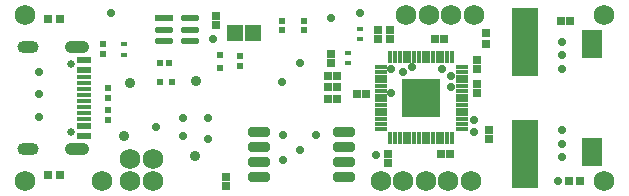
<source format=gbr>
%TF.GenerationSoftware,Altium Limited,Altium Designer,23.10.1 (27)*%
G04 Layer_Color=8388736*
%FSLAX45Y45*%
%MOMM*%
%TF.SameCoordinates,D187A3F4-093A-4DDC-863C-0592D449728B*%
%TF.FilePolarity,Negative*%
%TF.FileFunction,Soldermask,Top*%
%TF.Part,Single*%
G01*
G75*
%TA.AperFunction,SMDPad,CuDef*%
%ADD10R,0.47500X0.50000*%
%TA.AperFunction,ConnectorPad*%
%ADD11R,1.15000X0.30000*%
%ADD12R,1.15000X0.60000*%
%TA.AperFunction,SMDPad,CuDef*%
%ADD13R,0.60000X0.55000*%
%ADD15R,1.35443X1.45620*%
%TA.AperFunction,ConnectorPad*%
%ADD16R,0.47247X0.51535*%
%TA.AperFunction,SMDPad,CuDef*%
%ADD17R,0.47247X0.46818*%
%ADD18R,0.46818X0.47247*%
G04:AMPARAMS|DCode=19|XSize=1.55439mm|YSize=0.57213mm|CornerRadius=0.28606mm|HoleSize=0mm|Usage=FLASHONLY|Rotation=0.000|XOffset=0mm|YOffset=0mm|HoleType=Round|Shape=RoundedRectangle|*
%AMROUNDEDRECTD19*
21,1,1.55439,0.00000,0,0,0.0*
21,1,0.98226,0.57213,0,0,0.0*
1,1,0.57213,0.49113,0.00000*
1,1,0.57213,-0.49113,0.00000*
1,1,0.57213,-0.49113,0.00000*
1,1,0.57213,0.49113,0.00000*
%
%ADD19ROUNDEDRECTD19*%
%ADD20R,1.55439X0.57213*%
%ADD21R,0.50000X0.60000*%
%ADD23R,0.66817X0.67248*%
%ADD30R,0.60000X0.45000*%
%ADD36R,0.50000X0.40000*%
%TA.AperFunction,ComponentPad*%
G04:AMPARAMS|DCode=43|XSize=1mm|YSize=1.8mm|CornerRadius=0.5mm|HoleSize=0mm|Usage=FLASHONLY|Rotation=270.000|XOffset=0mm|YOffset=0mm|HoleType=Round|Shape=RoundedRectangle|*
%AMROUNDEDRECTD43*
21,1,1.00000,0.80000,0,0,270.0*
21,1,0.00000,1.80000,0,0,270.0*
1,1,1.00000,-0.40000,0.00000*
1,1,1.00000,-0.40000,0.00000*
1,1,1.00000,0.40000,0.00000*
1,1,1.00000,0.40000,0.00000*
%
%ADD43ROUNDEDRECTD43*%
G04:AMPARAMS|DCode=44|XSize=1mm|YSize=2.1mm|CornerRadius=0.5mm|HoleSize=0mm|Usage=FLASHONLY|Rotation=270.000|XOffset=0mm|YOffset=0mm|HoleType=Round|Shape=RoundedRectangle|*
%AMROUNDEDRECTD44*
21,1,1.00000,1.10000,0,0,270.0*
21,1,0.00000,2.10000,0,0,270.0*
1,1,1.00000,-0.55000,0.00000*
1,1,1.00000,-0.55000,0.00000*
1,1,1.00000,0.55000,0.00000*
1,1,1.00000,0.55000,0.00000*
%
%ADD44ROUNDEDRECTD44*%
%ADD45C,0.65000*%
%TA.AperFunction,ViaPad*%
%ADD48C,0.71120*%
%TA.AperFunction,ConnectorPad*%
%ADD53R,0.74320X0.78320*%
%TA.AperFunction,SMDPad,CuDef*%
%ADD54R,0.75320X0.75320*%
%ADD55R,0.75320X0.75320*%
%ADD56R,0.74320X0.78320*%
G04:AMPARAMS|DCode=57|XSize=0.4032mm|YSize=1.0432mm|CornerRadius=0.1266mm|HoleSize=0mm|Usage=FLASHONLY|Rotation=90.000|XOffset=0mm|YOffset=0mm|HoleType=Round|Shape=RoundedRectangle|*
%AMROUNDEDRECTD57*
21,1,0.40320,0.79000,0,0,90.0*
21,1,0.15000,1.04320,0,0,90.0*
1,1,0.25320,0.39500,0.07500*
1,1,0.25320,0.39500,-0.07500*
1,1,0.25320,-0.39500,-0.07500*
1,1,0.25320,-0.39500,0.07500*
%
%ADD57ROUNDEDRECTD57*%
G04:AMPARAMS|DCode=58|XSize=1.0432mm|YSize=0.4032mm|CornerRadius=0.1266mm|HoleSize=0mm|Usage=FLASHONLY|Rotation=90.000|XOffset=0mm|YOffset=0mm|HoleType=Round|Shape=RoundedRectangle|*
%AMROUNDEDRECTD58*
21,1,1.04320,0.15000,0,0,90.0*
21,1,0.79000,0.40320,0,0,90.0*
1,1,0.25320,0.07500,0.39500*
1,1,0.25320,0.07500,-0.39500*
1,1,0.25320,-0.07500,-0.39500*
1,1,0.25320,-0.07500,0.39500*
%
%ADD58ROUNDEDRECTD58*%
%ADD59R,3.30320X3.30320*%
%TA.AperFunction,ConnectorPad*%
G04:AMPARAMS|DCode=60|XSize=1.8132mm|YSize=0.7832mm|CornerRadius=0.1741mm|HoleSize=0mm|Usage=FLASHONLY|Rotation=180.000|XOffset=0mm|YOffset=0mm|HoleType=Round|Shape=RoundedRectangle|*
%AMROUNDEDRECTD60*
21,1,1.81320,0.43500,0,0,180.0*
21,1,1.46500,0.78320,0,0,180.0*
1,1,0.34820,-0.73250,0.21750*
1,1,0.34820,0.73250,0.21750*
1,1,0.34820,0.73250,-0.21750*
1,1,0.34820,-0.73250,-0.21750*
%
%ADD60ROUNDEDRECTD60*%
%TA.AperFunction,SMDPad,CuDef*%
%ADD61R,0.65320X0.65320*%
%ADD62R,0.78320X0.74320*%
%TA.AperFunction,ConnectorPad*%
%ADD63R,2.30320X5.80320*%
%TA.AperFunction,SMDPad,CuDef*%
%ADD64R,0.76320X0.72320*%
%ADD65R,0.72320X0.76320*%
%TA.AperFunction,ConnectorPad*%
%ADD66R,1.80320X2.40320*%
%ADD67R,1.80320X2.38320*%
%TA.AperFunction,ViaPad*%
%ADD68C,1.72720*%
%ADD69C,0.91440*%
D10*
X1231445Y927100D02*
D03*
X1333955D02*
D03*
D11*
X587600Y968750D02*
D03*
Y918750D02*
D03*
Y868750D02*
D03*
Y818750D02*
D03*
Y768750D02*
D03*
Y718750D02*
D03*
Y668750D02*
D03*
Y618750D02*
D03*
D12*
Y1033750D02*
D03*
Y553750D02*
D03*
Y1113750D02*
D03*
Y473750D02*
D03*
D13*
X787400Y880700D02*
D03*
Y795700D02*
D03*
Y690200D02*
D03*
Y605200D02*
D03*
X749300Y1164000D02*
D03*
Y1249000D02*
D03*
D15*
X2020689Y1346200D02*
D03*
X1865512D02*
D03*
D16*
X2260600Y1447556D02*
D03*
Y1371844D02*
D03*
X2451100Y1447556D02*
D03*
Y1371844D02*
D03*
D17*
X1905000Y1064685D02*
D03*
Y1145115D02*
D03*
D18*
X1310215Y1092200D02*
D03*
X1229785D02*
D03*
D19*
X1481629Y1466600D02*
D03*
Y1371600D02*
D03*
Y1276600D02*
D03*
X1261571D02*
D03*
Y1371600D02*
D03*
D20*
Y1466600D02*
D03*
D21*
X1740700Y1049900D02*
D03*
Y1159900D02*
D03*
D23*
X380415Y1460500D02*
D03*
X279985D02*
D03*
X380415Y139700D02*
D03*
X279985D02*
D03*
D30*
X927100Y1155662D02*
D03*
Y1250662D02*
D03*
D36*
X2921000Y1373500D02*
D03*
Y1293500D02*
D03*
X2819400Y1170300D02*
D03*
Y1090300D02*
D03*
D43*
X112100Y1225750D02*
D03*
Y361750D02*
D03*
D44*
X530100Y1225750D02*
D03*
Y361750D02*
D03*
D45*
X480100Y1082750D02*
D03*
Y504750D02*
D03*
D48*
X3365500Y1054100D02*
D03*
X2921000Y1511300D02*
D03*
X3695700Y889000D02*
D03*
X2260600Y927100D02*
D03*
X1193800Y546100D02*
D03*
X2679700Y1473200D02*
D03*
X1676400Y1295400D02*
D03*
X4597400Y88900D02*
D03*
X203200Y635000D02*
D03*
Y825500D02*
D03*
Y1016000D02*
D03*
X2273300Y265625D02*
D03*
X2413000Y355600D02*
D03*
X2552700Y482600D02*
D03*
X2273300D02*
D03*
X812800Y1510225D02*
D03*
X2413000Y1092200D02*
D03*
X1638300Y444500D02*
D03*
Y622300D02*
D03*
X1421325Y469900D02*
D03*
Y622300D02*
D03*
X4635500Y520700D02*
D03*
Y406400D02*
D03*
Y292100D02*
D03*
Y1041400D02*
D03*
Y1155700D02*
D03*
Y1270000D02*
D03*
X3886200Y508000D02*
D03*
Y609600D02*
D03*
X3695700Y977900D02*
D03*
X3619500Y1041400D02*
D03*
X3187700Y838200D02*
D03*
Y1041400D02*
D03*
X3289300Y1016000D02*
D03*
X3057744Y307496D02*
D03*
D53*
X1701800Y1408800D02*
D03*
Y1486800D02*
D03*
X1790700Y127900D02*
D03*
Y49900D02*
D03*
D54*
X3987800Y1250400D02*
D03*
Y1340400D02*
D03*
D55*
X4782100Y88900D02*
D03*
X4692100D02*
D03*
D56*
X3162300Y240400D02*
D03*
Y318400D02*
D03*
X3911600Y1040500D02*
D03*
Y1118500D02*
D03*
X2679700Y1091300D02*
D03*
Y1169300D02*
D03*
X3911600Y837300D02*
D03*
Y915300D02*
D03*
X3071800Y1290500D02*
D03*
Y1368500D02*
D03*
X3175000Y1294500D02*
D03*
Y1372500D02*
D03*
D57*
X3785200Y533750D02*
D03*
Y573750D02*
D03*
Y613750D02*
D03*
Y653750D02*
D03*
Y693750D02*
D03*
Y733750D02*
D03*
Y773750D02*
D03*
Y813750D02*
D03*
Y853750D02*
D03*
Y893750D02*
D03*
Y933750D02*
D03*
Y973750D02*
D03*
Y1013750D02*
D03*
Y1053750D02*
D03*
X3098200D02*
D03*
Y1013750D02*
D03*
Y973750D02*
D03*
Y933750D02*
D03*
Y893750D02*
D03*
Y853750D02*
D03*
Y813750D02*
D03*
Y773750D02*
D03*
Y733750D02*
D03*
Y693750D02*
D03*
Y653750D02*
D03*
Y613750D02*
D03*
Y573750D02*
D03*
Y533750D02*
D03*
D58*
X3181700Y450250D02*
D03*
X3221700D02*
D03*
X3261700D02*
D03*
X3301700D02*
D03*
X3341700D02*
D03*
X3381700D02*
D03*
X3421700D02*
D03*
X3461700D02*
D03*
X3501700D02*
D03*
X3541700D02*
D03*
X3581700D02*
D03*
X3621700D02*
D03*
X3661700D02*
D03*
X3701700D02*
D03*
Y1137250D02*
D03*
X3661700D02*
D03*
X3621700D02*
D03*
X3581700D02*
D03*
X3541700D02*
D03*
X3501700D02*
D03*
X3461700D02*
D03*
X3421700D02*
D03*
X3381700D02*
D03*
X3341700D02*
D03*
X3301700D02*
D03*
X3261700D02*
D03*
X3221700D02*
D03*
X3181700D02*
D03*
D59*
X3441700Y793750D02*
D03*
D60*
X2786200Y504972D02*
D03*
Y123972D02*
D03*
Y250972D02*
D03*
Y377972D02*
D03*
X2065200Y504972D02*
D03*
Y377972D02*
D03*
Y250972D02*
D03*
Y123972D02*
D03*
D61*
X2652400Y977900D02*
D03*
X2732400D02*
D03*
X2652400Y889000D02*
D03*
X2732400D02*
D03*
D62*
X2972700Y825500D02*
D03*
X2894700D02*
D03*
X2731400Y787400D02*
D03*
X2653400D02*
D03*
X3633100Y1295400D02*
D03*
X3555100D02*
D03*
X3605900Y317500D02*
D03*
X3683900D02*
D03*
D63*
X4318000Y1268750D02*
D03*
Y318750D02*
D03*
D64*
X4621900Y1447800D02*
D03*
X4699900D02*
D03*
D65*
X4013200Y443600D02*
D03*
Y521600D02*
D03*
D66*
X4889500Y334250D02*
D03*
D67*
Y1253250D02*
D03*
D68*
X736600Y88900D02*
D03*
X977900D02*
D03*
X3860800D02*
D03*
X3670300D02*
D03*
X3479800D02*
D03*
X3289300D02*
D03*
X3098800D02*
D03*
X3886200Y1498600D02*
D03*
X1168400Y279400D02*
D03*
X977900D02*
D03*
X1168400Y88900D02*
D03*
X3695700Y1498600D02*
D03*
X3505200D02*
D03*
X3314700D02*
D03*
X4991100Y88900D02*
D03*
X88900Y1498600D02*
D03*
Y88900D02*
D03*
X4991100Y1498600D02*
D03*
D69*
X975360Y917501D02*
D03*
X927100Y469900D02*
D03*
X1536700Y939800D02*
D03*
X1524000Y304800D02*
D03*
%TF.MD5,a8fc3db82c494e5bbef60601ea77fd95*%
M02*

</source>
